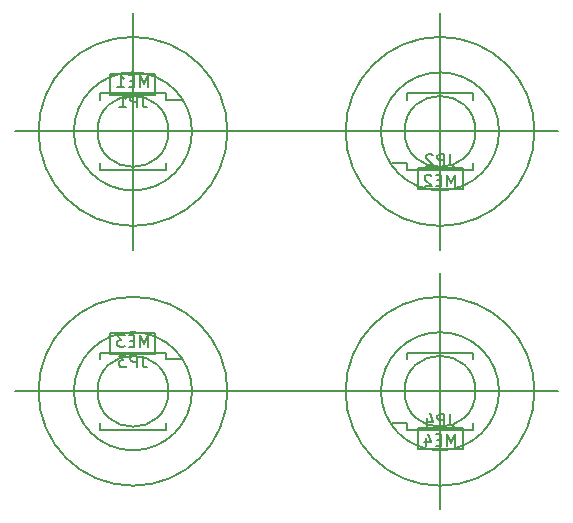
<source format=gbr>
G04 #@! TF.FileFunction,Legend,Bot*
%FSLAX46Y46*%
G04 Gerber Fmt 4.6, Leading zero omitted, Abs format (unit mm)*
G04 Created by KiCad (PCBNEW 4.0.7) date 09/30/17 11:32:34*
%MOMM*%
%LPD*%
G01*
G04 APERTURE LIST*
%ADD10C,0.100000*%
%ADD11C,0.200000*%
%ADD12C,0.150000*%
G04 APERTURE END LIST*
D10*
D11*
X18000000Y-32000000D02*
G75*
G03X18000000Y-32000000I-8000000J0D01*
G01*
X15000000Y-32000000D02*
G75*
G03X15000000Y-32000000I-5000000J0D01*
G01*
X13000000Y-32000000D02*
G75*
G03X13000000Y-32000000I-3000000J0D01*
G01*
X44000000Y-32000000D02*
G75*
G03X44000000Y-32000000I-8000000J0D01*
G01*
X41000000Y-32000000D02*
G75*
G03X41000000Y-32000000I-5000000J0D01*
G01*
X39000000Y-32000000D02*
G75*
G03X39000000Y-32000000I-3000000J0D01*
G01*
X36000000Y-22000000D02*
X36000000Y-42000000D01*
X0Y-32000000D02*
X46000000Y-32000000D01*
X44000000Y-10000000D02*
G75*
G03X44000000Y-10000000I-8000000J0D01*
G01*
X41000000Y-10000000D02*
G75*
G03X41000000Y-10000000I-5000000J0D01*
G01*
X39000000Y-10000000D02*
G75*
G03X39000000Y-10000000I-3000000J0D01*
G01*
X18000000Y-10000000D02*
G75*
G03X18000000Y-10000000I-8000000J0D01*
G01*
X13000000Y-10000000D02*
G75*
G03X13000000Y-10000000I-3000000J0D01*
G01*
X15000000Y-10000000D02*
G75*
G03X15000000Y-10000000I-5000000J0D01*
G01*
X10000000Y0D02*
X10000000Y-20000000D01*
X46000000Y-10000000D02*
X0Y-10000000D01*
X36000000Y0D02*
X36000000Y-20000000D01*
D12*
X8095000Y-5111000D02*
X11905000Y-5111000D01*
X11905000Y-5111000D02*
X11905000Y-6889000D01*
X11905000Y-6889000D02*
X8095000Y-6889000D01*
X8095000Y-5111000D02*
X8095000Y-6889000D01*
X37905000Y-14889000D02*
X34095000Y-14889000D01*
X34095000Y-14889000D02*
X34095000Y-13111000D01*
X34095000Y-13111000D02*
X37905000Y-13111000D01*
X37905000Y-14889000D02*
X37905000Y-13111000D01*
X12775000Y-6725000D02*
X12775000Y-7300000D01*
X7225000Y-6725000D02*
X7225000Y-7300000D01*
X7225000Y-13275000D02*
X7225000Y-12700000D01*
X12775000Y-13275000D02*
X12775000Y-12700000D01*
X12775000Y-6725000D02*
X7225000Y-6725000D01*
X12775000Y-13275000D02*
X7225000Y-13275000D01*
X12775000Y-7300000D02*
X14050000Y-7300000D01*
X33225000Y-13275000D02*
X33225000Y-12700000D01*
X38775000Y-13275000D02*
X38775000Y-12700000D01*
X38775000Y-6725000D02*
X38775000Y-7300000D01*
X33225000Y-6725000D02*
X33225000Y-7300000D01*
X33225000Y-13275000D02*
X38775000Y-13275000D01*
X33225000Y-6725000D02*
X38775000Y-6725000D01*
X33225000Y-12700000D02*
X31950000Y-12700000D01*
X8095000Y-27111000D02*
X11905000Y-27111000D01*
X11905000Y-27111000D02*
X11905000Y-28889000D01*
X11905000Y-28889000D02*
X8095000Y-28889000D01*
X8095000Y-27111000D02*
X8095000Y-28889000D01*
X37905000Y-36889000D02*
X34095000Y-36889000D01*
X34095000Y-36889000D02*
X34095000Y-35111000D01*
X34095000Y-35111000D02*
X37905000Y-35111000D01*
X37905000Y-36889000D02*
X37905000Y-35111000D01*
X12775000Y-28725000D02*
X12775000Y-29300000D01*
X7225000Y-28725000D02*
X7225000Y-29300000D01*
X7225000Y-35275000D02*
X7225000Y-34700000D01*
X12775000Y-35275000D02*
X12775000Y-34700000D01*
X12775000Y-28725000D02*
X7225000Y-28725000D01*
X12775000Y-35275000D02*
X7225000Y-35275000D01*
X12775000Y-29300000D02*
X14050000Y-29300000D01*
X33225000Y-35275000D02*
X33225000Y-34700000D01*
X38775000Y-35275000D02*
X38775000Y-34700000D01*
X38775000Y-28725000D02*
X38775000Y-29300000D01*
X33225000Y-28725000D02*
X33225000Y-29300000D01*
X33225000Y-35275000D02*
X38775000Y-35275000D01*
X33225000Y-28725000D02*
X38775000Y-28725000D01*
X33225000Y-34700000D02*
X31950000Y-34700000D01*
X10833333Y-6976381D02*
X10833333Y-7690667D01*
X10880953Y-7833524D01*
X10976191Y-7928762D01*
X11119048Y-7976381D01*
X11214286Y-7976381D01*
X10357143Y-7976381D02*
X10357143Y-6976381D01*
X9976190Y-6976381D01*
X9880952Y-7024000D01*
X9833333Y-7071619D01*
X9785714Y-7166857D01*
X9785714Y-7309714D01*
X9833333Y-7404952D01*
X9880952Y-7452571D01*
X9976190Y-7500190D01*
X10357143Y-7500190D01*
X8833333Y-7976381D02*
X9404762Y-7976381D01*
X9119048Y-7976381D02*
X9119048Y-6976381D01*
X9214286Y-7119238D01*
X9309524Y-7214476D01*
X9404762Y-7262095D01*
X36833333Y-11928381D02*
X36833333Y-12642667D01*
X36880953Y-12785524D01*
X36976191Y-12880762D01*
X37119048Y-12928381D01*
X37214286Y-12928381D01*
X36357143Y-12928381D02*
X36357143Y-11928381D01*
X35976190Y-11928381D01*
X35880952Y-11976000D01*
X35833333Y-12023619D01*
X35785714Y-12118857D01*
X35785714Y-12261714D01*
X35833333Y-12356952D01*
X35880952Y-12404571D01*
X35976190Y-12452190D01*
X36357143Y-12452190D01*
X35404762Y-12023619D02*
X35357143Y-11976000D01*
X35261905Y-11928381D01*
X35023809Y-11928381D01*
X34928571Y-11976000D01*
X34880952Y-12023619D01*
X34833333Y-12118857D01*
X34833333Y-12214095D01*
X34880952Y-12356952D01*
X35452381Y-12928381D01*
X34833333Y-12928381D01*
X11261905Y-6252381D02*
X11261905Y-5252381D01*
X10928571Y-5966667D01*
X10595238Y-5252381D01*
X10595238Y-6252381D01*
X10119048Y-5728571D02*
X9785714Y-5728571D01*
X9642857Y-6252381D02*
X10119048Y-6252381D01*
X10119048Y-5252381D01*
X9642857Y-5252381D01*
X8690476Y-6252381D02*
X9261905Y-6252381D01*
X8976191Y-6252381D02*
X8976191Y-5252381D01*
X9071429Y-5395238D01*
X9166667Y-5490476D01*
X9261905Y-5538095D01*
X37261905Y-14652381D02*
X37261905Y-13652381D01*
X36928571Y-14366667D01*
X36595238Y-13652381D01*
X36595238Y-14652381D01*
X36119048Y-14128571D02*
X35785714Y-14128571D01*
X35642857Y-14652381D02*
X36119048Y-14652381D01*
X36119048Y-13652381D01*
X35642857Y-13652381D01*
X35261905Y-13747619D02*
X35214286Y-13700000D01*
X35119048Y-13652381D01*
X34880952Y-13652381D01*
X34785714Y-13700000D01*
X34738095Y-13747619D01*
X34690476Y-13842857D01*
X34690476Y-13938095D01*
X34738095Y-14080952D01*
X35309524Y-14652381D01*
X34690476Y-14652381D01*
X10833333Y-28976381D02*
X10833333Y-29690667D01*
X10880953Y-29833524D01*
X10976191Y-29928762D01*
X11119048Y-29976381D01*
X11214286Y-29976381D01*
X10357143Y-29976381D02*
X10357143Y-28976381D01*
X9976190Y-28976381D01*
X9880952Y-29024000D01*
X9833333Y-29071619D01*
X9785714Y-29166857D01*
X9785714Y-29309714D01*
X9833333Y-29404952D01*
X9880952Y-29452571D01*
X9976190Y-29500190D01*
X10357143Y-29500190D01*
X9452381Y-28976381D02*
X8833333Y-28976381D01*
X9166667Y-29357333D01*
X9023809Y-29357333D01*
X8928571Y-29404952D01*
X8880952Y-29452571D01*
X8833333Y-29547810D01*
X8833333Y-29785905D01*
X8880952Y-29881143D01*
X8928571Y-29928762D01*
X9023809Y-29976381D01*
X9309524Y-29976381D01*
X9404762Y-29928762D01*
X9452381Y-29881143D01*
X36833333Y-33928381D02*
X36833333Y-34642667D01*
X36880953Y-34785524D01*
X36976191Y-34880762D01*
X37119048Y-34928381D01*
X37214286Y-34928381D01*
X36357143Y-34928381D02*
X36357143Y-33928381D01*
X35976190Y-33928381D01*
X35880952Y-33976000D01*
X35833333Y-34023619D01*
X35785714Y-34118857D01*
X35785714Y-34261714D01*
X35833333Y-34356952D01*
X35880952Y-34404571D01*
X35976190Y-34452190D01*
X36357143Y-34452190D01*
X34928571Y-34261714D02*
X34928571Y-34928381D01*
X35166667Y-33880762D02*
X35404762Y-34595048D01*
X34785714Y-34595048D01*
X11261905Y-28252381D02*
X11261905Y-27252381D01*
X10928571Y-27966667D01*
X10595238Y-27252381D01*
X10595238Y-28252381D01*
X10119048Y-27728571D02*
X9785714Y-27728571D01*
X9642857Y-28252381D02*
X10119048Y-28252381D01*
X10119048Y-27252381D01*
X9642857Y-27252381D01*
X9309524Y-27252381D02*
X8690476Y-27252381D01*
X9023810Y-27633333D01*
X8880952Y-27633333D01*
X8785714Y-27680952D01*
X8738095Y-27728571D01*
X8690476Y-27823810D01*
X8690476Y-28061905D01*
X8738095Y-28157143D01*
X8785714Y-28204762D01*
X8880952Y-28252381D01*
X9166667Y-28252381D01*
X9261905Y-28204762D01*
X9309524Y-28157143D01*
X37261905Y-36652381D02*
X37261905Y-35652381D01*
X36928571Y-36366667D01*
X36595238Y-35652381D01*
X36595238Y-36652381D01*
X36119048Y-36128571D02*
X35785714Y-36128571D01*
X35642857Y-36652381D02*
X36119048Y-36652381D01*
X36119048Y-35652381D01*
X35642857Y-35652381D01*
X34785714Y-35985714D02*
X34785714Y-36652381D01*
X35023810Y-35604762D02*
X35261905Y-36319048D01*
X34642857Y-36319048D01*
M02*

</source>
